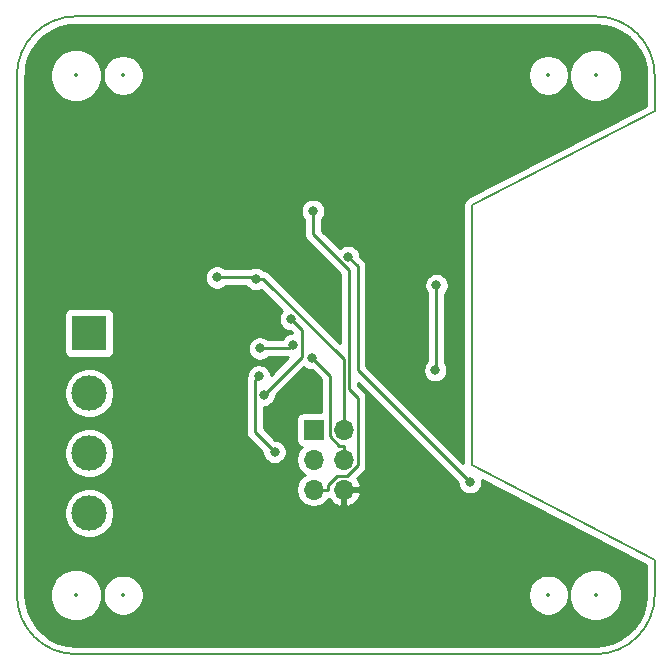
<source format=gbl>
G04 #@! TF.GenerationSoftware,KiCad,Pcbnew,5.1.5-52549c5~84~ubuntu18.04.1*
G04 #@! TF.CreationDate,2020-02-10T01:03:59+09:00*
G04 #@! TF.ProjectId,I2CMotorsForM5Stack,4932434d-6f74-46f7-9273-466f724d3553,rev?*
G04 #@! TF.SameCoordinates,Original*
G04 #@! TF.FileFunction,Copper,L2,Bot*
G04 #@! TF.FilePolarity,Positive*
%FSLAX46Y46*%
G04 Gerber Fmt 4.6, Leading zero omitted, Abs format (unit mm)*
G04 Created by KiCad (PCBNEW 5.1.5-52549c5~84~ubuntu18.04.1) date 2020-02-10 01:03:59*
%MOMM*%
%LPD*%
G04 APERTURE LIST*
%ADD10C,0.150000*%
%ADD11C,0.200000*%
%ADD12O,1.700000X1.700000*%
%ADD13R,1.700000X1.700000*%
%ADD14C,3.000000*%
%ADD15R,3.000000X3.000000*%
%ADD16C,0.800000*%
%ADD17C,0.250000*%
%ADD18C,0.254000*%
%ADD19C,0.350000*%
G04 APERTURE END LIST*
D10*
X53752800Y9534800D02*
X53752800Y6534800D01*
X38252800Y-23465200D02*
X53752800Y-31465200D01*
X38252800Y-1465200D02*
X38252800Y-23465200D01*
X53752800Y6534800D02*
X38252800Y-1465200D01*
X4752800Y14534800D02*
X48752800Y14534800D01*
D11*
X53752800Y-31465200D02*
X53752800Y-34465200D01*
D10*
X-247200Y-34465200D02*
X-247200Y9534800D01*
X48752800Y-39465200D02*
X4752800Y-39465200D01*
X-247200Y9534800D02*
G75*
G02X4752800Y14534800I5000000J0D01*
G01*
X53752800Y-34465200D02*
G75*
G02X48752800Y-39465200I-5000000J0D01*
G01*
X4752800Y-39465200D02*
G75*
G02X-247200Y-34465200I0J5000000D01*
G01*
X48752800Y14534800D02*
G75*
G02X53752800Y9534800I0J-5000000D01*
G01*
D12*
X27416800Y-25528400D03*
X24876800Y-25528400D03*
X27416800Y-22988400D03*
X24876800Y-22988400D03*
X27416800Y-20448400D03*
D13*
X24876800Y-20448400D03*
D14*
X5876800Y-27513400D03*
D15*
X5876800Y-12273400D03*
D14*
X5876800Y-22433400D03*
X5876800Y-17353400D03*
D16*
X23501800Y-6848400D03*
X21351600Y-2723400D03*
X29576600Y-373400D03*
X31226600Y-10248400D03*
X35001600Y-27623400D03*
X29226600Y5876600D03*
X10626600Y-38048400D03*
X46426600Y-38073400D03*
X10626600Y12926600D03*
X46476600Y13076600D03*
X39151600Y701600D03*
X39251600Y-25848400D03*
X20238400Y-15944700D03*
X21572300Y-22348800D03*
X16690100Y-7575700D03*
X19955700Y-7704500D03*
X38108000Y-24904600D03*
X27802200Y-5847500D03*
X35274600Y-8234200D03*
X35174400Y-15415700D03*
X23130600Y-13277400D03*
X20318600Y-13586700D03*
X22967800Y-11094100D03*
X20632900Y-17523400D03*
X24817600Y-1943600D03*
X24751800Y-14400400D03*
D17*
X23501800Y-6848400D02*
X23501800Y-4873600D01*
X23501800Y-4873600D02*
X21351600Y-2723400D01*
X29576600Y-373400D02*
X31226600Y-2023400D01*
X31226600Y-2023400D02*
X31226600Y-10248400D01*
X32906600Y-25528400D02*
X27416800Y-25528400D01*
X35001600Y-27623400D02*
X32906600Y-25528400D01*
X10626600Y-38048400D02*
X46401600Y-38048400D01*
X46401600Y-38048400D02*
X46426600Y-38073400D01*
X10626600Y12926600D02*
X46326600Y12926600D01*
X46326600Y12926600D02*
X46476600Y13076600D01*
X21572300Y-22348800D02*
X19874800Y-20651300D01*
X19874800Y-20651300D02*
X19874800Y-16308300D01*
X19874800Y-16308300D02*
X20238400Y-15944700D01*
X16690100Y-7575700D02*
X19826900Y-7575700D01*
X19826900Y-7575700D02*
X19955700Y-7704500D01*
X27416800Y-20448400D02*
X27416800Y-14500400D01*
X27416800Y-14500400D02*
X20620900Y-7704500D01*
X20620900Y-7704500D02*
X19955700Y-7704500D01*
X27802200Y-5847500D02*
X28592200Y-6637500D01*
X28592200Y-6637500D02*
X28592200Y-15388800D01*
X28592200Y-15388800D02*
X38108000Y-24904600D01*
X35174400Y-15415700D02*
X35274600Y-15315500D01*
X35274600Y-15315500D02*
X35274600Y-8234200D01*
X20318600Y-13586700D02*
X22821300Y-13586700D01*
X22821300Y-13586700D02*
X23130600Y-13277400D01*
X20632900Y-17523400D02*
X23855900Y-14300400D01*
X23855900Y-14300400D02*
X23855900Y-11982200D01*
X23855900Y-11982200D02*
X22967800Y-11094100D01*
X24876800Y-25528400D02*
X26052100Y-25528400D01*
X24817600Y-1943600D02*
X24817600Y-3918400D01*
X24817600Y-3918400D02*
X27867200Y-6968000D01*
X27867200Y-6968000D02*
X27867200Y-17043300D01*
X27867200Y-17043300D02*
X28592900Y-17769000D01*
X28592900Y-17769000D02*
X28592900Y-23486100D01*
X28592900Y-23486100D02*
X27725900Y-24353100D01*
X27725900Y-24353100D02*
X26860000Y-24353100D01*
X26860000Y-24353100D02*
X26052100Y-25161000D01*
X26052100Y-25161000D02*
X26052100Y-25528400D01*
X27416800Y-22988400D02*
X27416800Y-21813100D01*
X27416800Y-21813100D02*
X27049400Y-21813100D01*
X27049400Y-21813100D02*
X26241500Y-21005200D01*
X26241500Y-21005200D02*
X26241500Y-15890100D01*
X26241500Y-15890100D02*
X24751800Y-14400400D01*
D18*
G36*
X49511992Y13754222D02*
G01*
X50247189Y13553095D01*
X50935151Y13224954D01*
X51554131Y12780172D01*
X52084561Y12232812D01*
X52509684Y11600161D01*
X52816051Y10902239D01*
X52995299Y10155617D01*
X53042800Y9508769D01*
X53042801Y6967339D01*
X37984722Y-804573D01*
X37979780Y-806072D01*
X37922573Y-836650D01*
X37896172Y-850276D01*
X37891878Y-853056D01*
X37856437Y-872000D01*
X37833306Y-890984D01*
X37808194Y-907244D01*
X37779380Y-935239D01*
X37748325Y-960726D01*
X37729344Y-983855D01*
X37707885Y-1004704D01*
X37685087Y-1037782D01*
X37659600Y-1068838D01*
X37645496Y-1095225D01*
X37628517Y-1119860D01*
X37612610Y-1156750D01*
X37593672Y-1192181D01*
X37584986Y-1220814D01*
X37573140Y-1248287D01*
X37564737Y-1287567D01*
X37553073Y-1326017D01*
X37550140Y-1355800D01*
X37543882Y-1385051D01*
X37543303Y-1425214D01*
X37542800Y-1430324D01*
X37542800Y-1460142D01*
X37541867Y-1524893D01*
X37542800Y-1529964D01*
X37542801Y-23264598D01*
X29591963Y-15313761D01*
X34139400Y-15313761D01*
X34139400Y-15517639D01*
X34179174Y-15717598D01*
X34257195Y-15905956D01*
X34370463Y-16075474D01*
X34514626Y-16219637D01*
X34684144Y-16332905D01*
X34872502Y-16410926D01*
X35072461Y-16450700D01*
X35276339Y-16450700D01*
X35476298Y-16410926D01*
X35664656Y-16332905D01*
X35834174Y-16219637D01*
X35978337Y-16075474D01*
X36091605Y-15905956D01*
X36169626Y-15717598D01*
X36209400Y-15517639D01*
X36209400Y-15313761D01*
X36169626Y-15113802D01*
X36091605Y-14925444D01*
X36034600Y-14840130D01*
X36034600Y-8937911D01*
X36078537Y-8893974D01*
X36191805Y-8724456D01*
X36269826Y-8536098D01*
X36309600Y-8336139D01*
X36309600Y-8132261D01*
X36269826Y-7932302D01*
X36191805Y-7743944D01*
X36078537Y-7574426D01*
X35934374Y-7430263D01*
X35764856Y-7316995D01*
X35576498Y-7238974D01*
X35376539Y-7199200D01*
X35172661Y-7199200D01*
X34972702Y-7238974D01*
X34784344Y-7316995D01*
X34614826Y-7430263D01*
X34470663Y-7574426D01*
X34357395Y-7743944D01*
X34279374Y-7932302D01*
X34239600Y-8132261D01*
X34239600Y-8336139D01*
X34279374Y-8536098D01*
X34357395Y-8724456D01*
X34470663Y-8893974D01*
X34514601Y-8937912D01*
X34514600Y-14611789D01*
X34370463Y-14755926D01*
X34257195Y-14925444D01*
X34179174Y-15113802D01*
X34139400Y-15313761D01*
X29591963Y-15313761D01*
X29352200Y-15073999D01*
X29352200Y-6674825D01*
X29355876Y-6637500D01*
X29352200Y-6600175D01*
X29352200Y-6600167D01*
X29341203Y-6488514D01*
X29297746Y-6345253D01*
X29227174Y-6213224D01*
X29132201Y-6097499D01*
X29103204Y-6073702D01*
X28837200Y-5807698D01*
X28837200Y-5745561D01*
X28797426Y-5545602D01*
X28719405Y-5357244D01*
X28606137Y-5187726D01*
X28461974Y-5043563D01*
X28292456Y-4930295D01*
X28104098Y-4852274D01*
X27904139Y-4812500D01*
X27700261Y-4812500D01*
X27500302Y-4852274D01*
X27311944Y-4930295D01*
X27142426Y-5043563D01*
X27079995Y-5105994D01*
X25577600Y-3603599D01*
X25577600Y-2647311D01*
X25621537Y-2603374D01*
X25734805Y-2433856D01*
X25812826Y-2245498D01*
X25852600Y-2045539D01*
X25852600Y-1841661D01*
X25812826Y-1641702D01*
X25734805Y-1453344D01*
X25621537Y-1283826D01*
X25477374Y-1139663D01*
X25307856Y-1026395D01*
X25119498Y-948374D01*
X24919539Y-908600D01*
X24715661Y-908600D01*
X24515702Y-948374D01*
X24327344Y-1026395D01*
X24157826Y-1139663D01*
X24013663Y-1283826D01*
X23900395Y-1453344D01*
X23822374Y-1641702D01*
X23782600Y-1841661D01*
X23782600Y-2045539D01*
X23822374Y-2245498D01*
X23900395Y-2433856D01*
X24013663Y-2603374D01*
X24057600Y-2647311D01*
X24057601Y-3881068D01*
X24053924Y-3918400D01*
X24068598Y-4067385D01*
X24112054Y-4210646D01*
X24182626Y-4342676D01*
X24253801Y-4429402D01*
X24277600Y-4458401D01*
X24306598Y-4482199D01*
X27107200Y-7282802D01*
X27107201Y-13115999D01*
X21184704Y-7193503D01*
X21160901Y-7164499D01*
X21045176Y-7069526D01*
X20913147Y-6998954D01*
X20769886Y-6955497D01*
X20659540Y-6944629D01*
X20615474Y-6900563D01*
X20445956Y-6787295D01*
X20257598Y-6709274D01*
X20057639Y-6669500D01*
X19853761Y-6669500D01*
X19653802Y-6709274D01*
X19465444Y-6787295D01*
X19422933Y-6815700D01*
X17393811Y-6815700D01*
X17349874Y-6771763D01*
X17180356Y-6658495D01*
X16991998Y-6580474D01*
X16792039Y-6540700D01*
X16588161Y-6540700D01*
X16388202Y-6580474D01*
X16199844Y-6658495D01*
X16030326Y-6771763D01*
X15886163Y-6915926D01*
X15772895Y-7085444D01*
X15694874Y-7273802D01*
X15655100Y-7473761D01*
X15655100Y-7677639D01*
X15694874Y-7877598D01*
X15772895Y-8065956D01*
X15886163Y-8235474D01*
X16030326Y-8379637D01*
X16199844Y-8492905D01*
X16388202Y-8570926D01*
X16588161Y-8610700D01*
X16792039Y-8610700D01*
X16991998Y-8570926D01*
X17180356Y-8492905D01*
X17349874Y-8379637D01*
X17393811Y-8335700D01*
X19132671Y-8335700D01*
X19151763Y-8364274D01*
X19295926Y-8508437D01*
X19465444Y-8621705D01*
X19653802Y-8699726D01*
X19853761Y-8739500D01*
X20057639Y-8739500D01*
X20257598Y-8699726D01*
X20445956Y-8621705D01*
X20456355Y-8614756D01*
X22219894Y-10378295D01*
X22163863Y-10434326D01*
X22050595Y-10603844D01*
X21972574Y-10792202D01*
X21932800Y-10992161D01*
X21932800Y-11196039D01*
X21972574Y-11395998D01*
X22050595Y-11584356D01*
X22163863Y-11753874D01*
X22308026Y-11898037D01*
X22477544Y-12011305D01*
X22665902Y-12089326D01*
X22865861Y-12129100D01*
X22927998Y-12129100D01*
X23041298Y-12242400D01*
X23028661Y-12242400D01*
X22828702Y-12282174D01*
X22640344Y-12360195D01*
X22470826Y-12473463D01*
X22326663Y-12617626D01*
X22213395Y-12787144D01*
X22197010Y-12826700D01*
X21022311Y-12826700D01*
X20978374Y-12782763D01*
X20808856Y-12669495D01*
X20620498Y-12591474D01*
X20420539Y-12551700D01*
X20216661Y-12551700D01*
X20016702Y-12591474D01*
X19828344Y-12669495D01*
X19658826Y-12782763D01*
X19514663Y-12926926D01*
X19401395Y-13096444D01*
X19323374Y-13284802D01*
X19283600Y-13484761D01*
X19283600Y-13688639D01*
X19323374Y-13888598D01*
X19401395Y-14076956D01*
X19514663Y-14246474D01*
X19658826Y-14390637D01*
X19828344Y-14503905D01*
X20016702Y-14581926D01*
X20216661Y-14621700D01*
X20420539Y-14621700D01*
X20620498Y-14581926D01*
X20808856Y-14503905D01*
X20978374Y-14390637D01*
X21022311Y-14346700D01*
X22734798Y-14346700D01*
X21267649Y-15813849D01*
X21233626Y-15642802D01*
X21155605Y-15454444D01*
X21042337Y-15284926D01*
X20898174Y-15140763D01*
X20728656Y-15027495D01*
X20540298Y-14949474D01*
X20340339Y-14909700D01*
X20136461Y-14909700D01*
X19936502Y-14949474D01*
X19748144Y-15027495D01*
X19578626Y-15140763D01*
X19434463Y-15284926D01*
X19321195Y-15454444D01*
X19243174Y-15642802D01*
X19203400Y-15842761D01*
X19203400Y-15952172D01*
X19169254Y-16016054D01*
X19125798Y-16159315D01*
X19111124Y-16308300D01*
X19114801Y-16345632D01*
X19114800Y-20613977D01*
X19111124Y-20651300D01*
X19114800Y-20688622D01*
X19114800Y-20688632D01*
X19125797Y-20800285D01*
X19169254Y-20943546D01*
X19239826Y-21075576D01*
X19246226Y-21083374D01*
X19334799Y-21191301D01*
X19363803Y-21215104D01*
X20537300Y-22388602D01*
X20537300Y-22450739D01*
X20577074Y-22650698D01*
X20655095Y-22839056D01*
X20768363Y-23008574D01*
X20912526Y-23152737D01*
X21082044Y-23266005D01*
X21270402Y-23344026D01*
X21470361Y-23383800D01*
X21674239Y-23383800D01*
X21874198Y-23344026D01*
X22062556Y-23266005D01*
X22232074Y-23152737D01*
X22376237Y-23008574D01*
X22489505Y-22839056D01*
X22567526Y-22650698D01*
X22607300Y-22450739D01*
X22607300Y-22246861D01*
X22567526Y-22046902D01*
X22489505Y-21858544D01*
X22376237Y-21689026D01*
X22232074Y-21544863D01*
X22062556Y-21431595D01*
X21874198Y-21353574D01*
X21674239Y-21313800D01*
X21612102Y-21313800D01*
X20634800Y-20336499D01*
X20634800Y-18558400D01*
X20734839Y-18558400D01*
X20934798Y-18518626D01*
X21123156Y-18440605D01*
X21292674Y-18327337D01*
X21436837Y-18183174D01*
X21550105Y-18013656D01*
X21628126Y-17825298D01*
X21667900Y-17625339D01*
X21667900Y-17563201D01*
X24059395Y-15171706D01*
X24092026Y-15204337D01*
X24261544Y-15317605D01*
X24449902Y-15395626D01*
X24649861Y-15435400D01*
X24711999Y-15435400D01*
X25481501Y-16204903D01*
X25481500Y-18960328D01*
X24026800Y-18960328D01*
X23902318Y-18972588D01*
X23782620Y-19008898D01*
X23672306Y-19067863D01*
X23575615Y-19147215D01*
X23496263Y-19243906D01*
X23437298Y-19354220D01*
X23400988Y-19473918D01*
X23388728Y-19598400D01*
X23388728Y-21298400D01*
X23400988Y-21422882D01*
X23437298Y-21542580D01*
X23496263Y-21652894D01*
X23575615Y-21749585D01*
X23672306Y-21828937D01*
X23782620Y-21887902D01*
X23855180Y-21909913D01*
X23723325Y-22041768D01*
X23560810Y-22284989D01*
X23448868Y-22555242D01*
X23391800Y-22842140D01*
X23391800Y-23134660D01*
X23448868Y-23421558D01*
X23560810Y-23691811D01*
X23723325Y-23935032D01*
X23930168Y-24141875D01*
X24104560Y-24258400D01*
X23930168Y-24374925D01*
X23723325Y-24581768D01*
X23560810Y-24824989D01*
X23448868Y-25095242D01*
X23391800Y-25382140D01*
X23391800Y-25674660D01*
X23448868Y-25961558D01*
X23560810Y-26231811D01*
X23723325Y-26475032D01*
X23930168Y-26681875D01*
X24173389Y-26844390D01*
X24443642Y-26956332D01*
X24730540Y-27013400D01*
X25023060Y-27013400D01*
X25309958Y-26956332D01*
X25580211Y-26844390D01*
X25823432Y-26681875D01*
X26030275Y-26475032D01*
X26147900Y-26298994D01*
X26319212Y-26528669D01*
X26535445Y-26723578D01*
X26785548Y-26872557D01*
X27059909Y-26969881D01*
X27289800Y-26849214D01*
X27289800Y-25655400D01*
X27543800Y-25655400D01*
X27543800Y-26849214D01*
X27773691Y-26969881D01*
X28048052Y-26872557D01*
X28298155Y-26723578D01*
X28514388Y-26528669D01*
X28688441Y-26295320D01*
X28813625Y-26032499D01*
X28858276Y-25885290D01*
X28736955Y-25655400D01*
X27543800Y-25655400D01*
X27289800Y-25655400D01*
X27269800Y-25655400D01*
X27269800Y-25401400D01*
X27289800Y-25401400D01*
X27289800Y-25381400D01*
X27543800Y-25381400D01*
X27543800Y-25401400D01*
X28736955Y-25401400D01*
X28858276Y-25171510D01*
X28813625Y-25024301D01*
X28688441Y-24761480D01*
X28561931Y-24591871D01*
X29103903Y-24049899D01*
X29132901Y-24026101D01*
X29227874Y-23910376D01*
X29298446Y-23778347D01*
X29341903Y-23635086D01*
X29352900Y-23523433D01*
X29352900Y-23523424D01*
X29356576Y-23486101D01*
X29352900Y-23448778D01*
X29352900Y-17806325D01*
X29356576Y-17769000D01*
X29352900Y-17731675D01*
X29352900Y-17731667D01*
X29341903Y-17620014D01*
X29298446Y-17476753D01*
X29227874Y-17344724D01*
X29132901Y-17228999D01*
X29103904Y-17205202D01*
X28627200Y-16728499D01*
X28627200Y-16498601D01*
X37073000Y-24944403D01*
X37073000Y-25006539D01*
X37112774Y-25206498D01*
X37190795Y-25394856D01*
X37304063Y-25564374D01*
X37448226Y-25708537D01*
X37617744Y-25821805D01*
X37806102Y-25899826D01*
X38006061Y-25939600D01*
X38209939Y-25939600D01*
X38409898Y-25899826D01*
X38598256Y-25821805D01*
X38767774Y-25708537D01*
X38911937Y-25564374D01*
X39025205Y-25394856D01*
X39103226Y-25206498D01*
X39143000Y-25006539D01*
X39143000Y-24802661D01*
X39125485Y-24714608D01*
X53017800Y-31884836D01*
X53017801Y-34501305D01*
X53027745Y-34602269D01*
X52972222Y-35224393D01*
X52771095Y-35959589D01*
X52442952Y-36647555D01*
X51998174Y-37266528D01*
X51450812Y-37796961D01*
X50818162Y-38222083D01*
X50120239Y-38528451D01*
X49373619Y-38707699D01*
X48726770Y-38755200D01*
X4784418Y-38755200D01*
X3993607Y-38684622D01*
X3258411Y-38483495D01*
X2570445Y-38155352D01*
X1951472Y-37710574D01*
X1421039Y-37163212D01*
X995917Y-36530562D01*
X689549Y-35832639D01*
X510301Y-35086019D01*
X462800Y-34439170D01*
X462800Y-34245072D01*
X2517800Y-34245072D01*
X2517800Y-34685328D01*
X2603690Y-35117125D01*
X2772169Y-35523869D01*
X3016762Y-35889929D01*
X3328071Y-36201238D01*
X3694131Y-36445831D01*
X4100875Y-36614310D01*
X4532672Y-36700200D01*
X4972928Y-36700200D01*
X5404725Y-36614310D01*
X5811469Y-36445831D01*
X6177529Y-36201238D01*
X6488838Y-35889929D01*
X6733431Y-35523869D01*
X6901910Y-35117125D01*
X6987800Y-34685328D01*
X6987800Y-34294317D01*
X7017800Y-34294317D01*
X7017800Y-34636083D01*
X7084475Y-34971281D01*
X7215263Y-35287031D01*
X7405137Y-35571198D01*
X7646802Y-35812863D01*
X7930969Y-36002737D01*
X8246719Y-36133525D01*
X8581917Y-36200200D01*
X8923683Y-36200200D01*
X9258881Y-36133525D01*
X9574631Y-36002737D01*
X9858798Y-35812863D01*
X10100463Y-35571198D01*
X10290337Y-35287031D01*
X10421125Y-34971281D01*
X10487800Y-34636083D01*
X10487800Y-34294317D01*
X43017800Y-34294317D01*
X43017800Y-34636083D01*
X43084475Y-34971281D01*
X43215263Y-35287031D01*
X43405137Y-35571198D01*
X43646802Y-35812863D01*
X43930969Y-36002737D01*
X44246719Y-36133525D01*
X44581917Y-36200200D01*
X44923683Y-36200200D01*
X45258881Y-36133525D01*
X45574631Y-36002737D01*
X45858798Y-35812863D01*
X46100463Y-35571198D01*
X46290337Y-35287031D01*
X46421125Y-34971281D01*
X46487800Y-34636083D01*
X46487800Y-34294317D01*
X46478005Y-34245072D01*
X46517800Y-34245072D01*
X46517800Y-34685328D01*
X46603690Y-35117125D01*
X46772169Y-35523869D01*
X47016762Y-35889929D01*
X47328071Y-36201238D01*
X47694131Y-36445831D01*
X48100875Y-36614310D01*
X48532672Y-36700200D01*
X48972928Y-36700200D01*
X49404725Y-36614310D01*
X49811469Y-36445831D01*
X50177529Y-36201238D01*
X50488838Y-35889929D01*
X50733431Y-35523869D01*
X50901910Y-35117125D01*
X50987800Y-34685328D01*
X50987800Y-34245072D01*
X50901910Y-33813275D01*
X50733431Y-33406531D01*
X50488838Y-33040471D01*
X50177529Y-32729162D01*
X49811469Y-32484569D01*
X49404725Y-32316090D01*
X48972928Y-32230200D01*
X48532672Y-32230200D01*
X48100875Y-32316090D01*
X47694131Y-32484569D01*
X47328071Y-32729162D01*
X47016762Y-33040471D01*
X46772169Y-33406531D01*
X46603690Y-33813275D01*
X46517800Y-34245072D01*
X46478005Y-34245072D01*
X46421125Y-33959119D01*
X46290337Y-33643369D01*
X46100463Y-33359202D01*
X45858798Y-33117537D01*
X45574631Y-32927663D01*
X45258881Y-32796875D01*
X44923683Y-32730200D01*
X44581917Y-32730200D01*
X44246719Y-32796875D01*
X43930969Y-32927663D01*
X43646802Y-33117537D01*
X43405137Y-33359202D01*
X43215263Y-33643369D01*
X43084475Y-33959119D01*
X43017800Y-34294317D01*
X10487800Y-34294317D01*
X10421125Y-33959119D01*
X10290337Y-33643369D01*
X10100463Y-33359202D01*
X9858798Y-33117537D01*
X9574631Y-32927663D01*
X9258881Y-32796875D01*
X8923683Y-32730200D01*
X8581917Y-32730200D01*
X8246719Y-32796875D01*
X7930969Y-32927663D01*
X7646802Y-33117537D01*
X7405137Y-33359202D01*
X7215263Y-33643369D01*
X7084475Y-33959119D01*
X7017800Y-34294317D01*
X6987800Y-34294317D01*
X6987800Y-34245072D01*
X6901910Y-33813275D01*
X6733431Y-33406531D01*
X6488838Y-33040471D01*
X6177529Y-32729162D01*
X5811469Y-32484569D01*
X5404725Y-32316090D01*
X4972928Y-32230200D01*
X4532672Y-32230200D01*
X4100875Y-32316090D01*
X3694131Y-32484569D01*
X3328071Y-32729162D01*
X3016762Y-33040471D01*
X2772169Y-33406531D01*
X2603690Y-33813275D01*
X2517800Y-34245072D01*
X462800Y-34245072D01*
X462800Y-27303121D01*
X3741800Y-27303121D01*
X3741800Y-27723679D01*
X3823847Y-28136156D01*
X3984788Y-28524702D01*
X4218437Y-28874383D01*
X4515817Y-29171763D01*
X4865498Y-29405412D01*
X5254044Y-29566353D01*
X5666521Y-29648400D01*
X6087079Y-29648400D01*
X6499556Y-29566353D01*
X6888102Y-29405412D01*
X7237783Y-29171763D01*
X7535163Y-28874383D01*
X7768812Y-28524702D01*
X7929753Y-28136156D01*
X8011800Y-27723679D01*
X8011800Y-27303121D01*
X7929753Y-26890644D01*
X7768812Y-26502098D01*
X7535163Y-26152417D01*
X7237783Y-25855037D01*
X6888102Y-25621388D01*
X6499556Y-25460447D01*
X6087079Y-25378400D01*
X5666521Y-25378400D01*
X5254044Y-25460447D01*
X4865498Y-25621388D01*
X4515817Y-25855037D01*
X4218437Y-26152417D01*
X3984788Y-26502098D01*
X3823847Y-26890644D01*
X3741800Y-27303121D01*
X462800Y-27303121D01*
X462800Y-22223121D01*
X3741800Y-22223121D01*
X3741800Y-22643679D01*
X3823847Y-23056156D01*
X3984788Y-23444702D01*
X4218437Y-23794383D01*
X4515817Y-24091763D01*
X4865498Y-24325412D01*
X5254044Y-24486353D01*
X5666521Y-24568400D01*
X6087079Y-24568400D01*
X6499556Y-24486353D01*
X6888102Y-24325412D01*
X7237783Y-24091763D01*
X7535163Y-23794383D01*
X7768812Y-23444702D01*
X7929753Y-23056156D01*
X8011800Y-22643679D01*
X8011800Y-22223121D01*
X7929753Y-21810644D01*
X7768812Y-21422098D01*
X7535163Y-21072417D01*
X7237783Y-20775037D01*
X6888102Y-20541388D01*
X6499556Y-20380447D01*
X6087079Y-20298400D01*
X5666521Y-20298400D01*
X5254044Y-20380447D01*
X4865498Y-20541388D01*
X4515817Y-20775037D01*
X4218437Y-21072417D01*
X3984788Y-21422098D01*
X3823847Y-21810644D01*
X3741800Y-22223121D01*
X462800Y-22223121D01*
X462800Y-17143121D01*
X3741800Y-17143121D01*
X3741800Y-17563679D01*
X3823847Y-17976156D01*
X3984788Y-18364702D01*
X4218437Y-18714383D01*
X4515817Y-19011763D01*
X4865498Y-19245412D01*
X5254044Y-19406353D01*
X5666521Y-19488400D01*
X6087079Y-19488400D01*
X6499556Y-19406353D01*
X6888102Y-19245412D01*
X7237783Y-19011763D01*
X7535163Y-18714383D01*
X7768812Y-18364702D01*
X7929753Y-17976156D01*
X8011800Y-17563679D01*
X8011800Y-17143121D01*
X7929753Y-16730644D01*
X7768812Y-16342098D01*
X7535163Y-15992417D01*
X7237783Y-15695037D01*
X6888102Y-15461388D01*
X6499556Y-15300447D01*
X6087079Y-15218400D01*
X5666521Y-15218400D01*
X5254044Y-15300447D01*
X4865498Y-15461388D01*
X4515817Y-15695037D01*
X4218437Y-15992417D01*
X3984788Y-16342098D01*
X3823847Y-16730644D01*
X3741800Y-17143121D01*
X462800Y-17143121D01*
X462800Y-10773400D01*
X3738728Y-10773400D01*
X3738728Y-13773400D01*
X3750988Y-13897882D01*
X3787298Y-14017580D01*
X3846263Y-14127894D01*
X3925615Y-14224585D01*
X4022306Y-14303937D01*
X4132620Y-14362902D01*
X4252318Y-14399212D01*
X4376800Y-14411472D01*
X7376800Y-14411472D01*
X7501282Y-14399212D01*
X7620980Y-14362902D01*
X7731294Y-14303937D01*
X7827985Y-14224585D01*
X7907337Y-14127894D01*
X7966302Y-14017580D01*
X8002612Y-13897882D01*
X8014872Y-13773400D01*
X8014872Y-10773400D01*
X8002612Y-10648918D01*
X7966302Y-10529220D01*
X7907337Y-10418906D01*
X7827985Y-10322215D01*
X7731294Y-10242863D01*
X7620980Y-10183898D01*
X7501282Y-10147588D01*
X7376800Y-10135328D01*
X4376800Y-10135328D01*
X4252318Y-10147588D01*
X4132620Y-10183898D01*
X4022306Y-10242863D01*
X3925615Y-10322215D01*
X3846263Y-10418906D01*
X3787298Y-10529220D01*
X3750988Y-10648918D01*
X3738728Y-10773400D01*
X462800Y-10773400D01*
X462800Y9503182D01*
X485267Y9754928D01*
X2517800Y9754928D01*
X2517800Y9314672D01*
X2603690Y8882875D01*
X2772169Y8476131D01*
X3016762Y8110071D01*
X3328071Y7798762D01*
X3694131Y7554169D01*
X4100875Y7385690D01*
X4532672Y7299800D01*
X4972928Y7299800D01*
X5404725Y7385690D01*
X5811469Y7554169D01*
X6177529Y7798762D01*
X6488838Y8110071D01*
X6733431Y8476131D01*
X6901910Y8882875D01*
X6987800Y9314672D01*
X6987800Y9705683D01*
X7017800Y9705683D01*
X7017800Y9363917D01*
X7084475Y9028719D01*
X7215263Y8712969D01*
X7405137Y8428802D01*
X7646802Y8187137D01*
X7930969Y7997263D01*
X8246719Y7866475D01*
X8581917Y7799800D01*
X8923683Y7799800D01*
X9258881Y7866475D01*
X9574631Y7997263D01*
X9858798Y8187137D01*
X10100463Y8428802D01*
X10290337Y8712969D01*
X10421125Y9028719D01*
X10487800Y9363917D01*
X10487800Y9705683D01*
X43017800Y9705683D01*
X43017800Y9363917D01*
X43084475Y9028719D01*
X43215263Y8712969D01*
X43405137Y8428802D01*
X43646802Y8187137D01*
X43930969Y7997263D01*
X44246719Y7866475D01*
X44581917Y7799800D01*
X44923683Y7799800D01*
X45258881Y7866475D01*
X45574631Y7997263D01*
X45858798Y8187137D01*
X46100463Y8428802D01*
X46290337Y8712969D01*
X46421125Y9028719D01*
X46487800Y9363917D01*
X46487800Y9705683D01*
X46478005Y9754928D01*
X46517800Y9754928D01*
X46517800Y9314672D01*
X46603690Y8882875D01*
X46772169Y8476131D01*
X47016762Y8110071D01*
X47328071Y7798762D01*
X47694131Y7554169D01*
X48100875Y7385690D01*
X48532672Y7299800D01*
X48972928Y7299800D01*
X49404725Y7385690D01*
X49811469Y7554169D01*
X50177529Y7798762D01*
X50488838Y8110071D01*
X50733431Y8476131D01*
X50901910Y8882875D01*
X50987800Y9314672D01*
X50987800Y9754928D01*
X50901910Y10186725D01*
X50733431Y10593469D01*
X50488838Y10959529D01*
X50177529Y11270838D01*
X49811469Y11515431D01*
X49404725Y11683910D01*
X48972928Y11769800D01*
X48532672Y11769800D01*
X48100875Y11683910D01*
X47694131Y11515431D01*
X47328071Y11270838D01*
X47016762Y10959529D01*
X46772169Y10593469D01*
X46603690Y10186725D01*
X46517800Y9754928D01*
X46478005Y9754928D01*
X46421125Y10040881D01*
X46290337Y10356631D01*
X46100463Y10640798D01*
X45858798Y10882463D01*
X45574631Y11072337D01*
X45258881Y11203125D01*
X44923683Y11269800D01*
X44581917Y11269800D01*
X44246719Y11203125D01*
X43930969Y11072337D01*
X43646802Y10882463D01*
X43405137Y10640798D01*
X43215263Y10356631D01*
X43084475Y10040881D01*
X43017800Y9705683D01*
X10487800Y9705683D01*
X10421125Y10040881D01*
X10290337Y10356631D01*
X10100463Y10640798D01*
X9858798Y10882463D01*
X9574631Y11072337D01*
X9258881Y11203125D01*
X8923683Y11269800D01*
X8581917Y11269800D01*
X8246719Y11203125D01*
X7930969Y11072337D01*
X7646802Y10882463D01*
X7405137Y10640798D01*
X7215263Y10356631D01*
X7084475Y10040881D01*
X7017800Y9705683D01*
X6987800Y9705683D01*
X6987800Y9754928D01*
X6901910Y10186725D01*
X6733431Y10593469D01*
X6488838Y10959529D01*
X6177529Y11270838D01*
X5811469Y11515431D01*
X5404725Y11683910D01*
X4972928Y11769800D01*
X4532672Y11769800D01*
X4100875Y11683910D01*
X3694131Y11515431D01*
X3328071Y11270838D01*
X3016762Y10959529D01*
X2772169Y10593469D01*
X2603690Y10186725D01*
X2517800Y9754928D01*
X485267Y9754928D01*
X533378Y10293992D01*
X734505Y11029189D01*
X1062646Y11717151D01*
X1507428Y12336131D01*
X2054788Y12866561D01*
X2687439Y13291684D01*
X3385361Y13598051D01*
X4131983Y13777299D01*
X4778830Y13824800D01*
X48721182Y13824800D01*
X49511992Y13754222D01*
G37*
X49511992Y13754222D02*
X50247189Y13553095D01*
X50935151Y13224954D01*
X51554131Y12780172D01*
X52084561Y12232812D01*
X52509684Y11600161D01*
X52816051Y10902239D01*
X52995299Y10155617D01*
X53042800Y9508769D01*
X53042801Y6967339D01*
X37984722Y-804573D01*
X37979780Y-806072D01*
X37922573Y-836650D01*
X37896172Y-850276D01*
X37891878Y-853056D01*
X37856437Y-872000D01*
X37833306Y-890984D01*
X37808194Y-907244D01*
X37779380Y-935239D01*
X37748325Y-960726D01*
X37729344Y-983855D01*
X37707885Y-1004704D01*
X37685087Y-1037782D01*
X37659600Y-1068838D01*
X37645496Y-1095225D01*
X37628517Y-1119860D01*
X37612610Y-1156750D01*
X37593672Y-1192181D01*
X37584986Y-1220814D01*
X37573140Y-1248287D01*
X37564737Y-1287567D01*
X37553073Y-1326017D01*
X37550140Y-1355800D01*
X37543882Y-1385051D01*
X37543303Y-1425214D01*
X37542800Y-1430324D01*
X37542800Y-1460142D01*
X37541867Y-1524893D01*
X37542800Y-1529964D01*
X37542801Y-23264598D01*
X29591963Y-15313761D01*
X34139400Y-15313761D01*
X34139400Y-15517639D01*
X34179174Y-15717598D01*
X34257195Y-15905956D01*
X34370463Y-16075474D01*
X34514626Y-16219637D01*
X34684144Y-16332905D01*
X34872502Y-16410926D01*
X35072461Y-16450700D01*
X35276339Y-16450700D01*
X35476298Y-16410926D01*
X35664656Y-16332905D01*
X35834174Y-16219637D01*
X35978337Y-16075474D01*
X36091605Y-15905956D01*
X36169626Y-15717598D01*
X36209400Y-15517639D01*
X36209400Y-15313761D01*
X36169626Y-15113802D01*
X36091605Y-14925444D01*
X36034600Y-14840130D01*
X36034600Y-8937911D01*
X36078537Y-8893974D01*
X36191805Y-8724456D01*
X36269826Y-8536098D01*
X36309600Y-8336139D01*
X36309600Y-8132261D01*
X36269826Y-7932302D01*
X36191805Y-7743944D01*
X36078537Y-7574426D01*
X35934374Y-7430263D01*
X35764856Y-7316995D01*
X35576498Y-7238974D01*
X35376539Y-7199200D01*
X35172661Y-7199200D01*
X34972702Y-7238974D01*
X34784344Y-7316995D01*
X34614826Y-7430263D01*
X34470663Y-7574426D01*
X34357395Y-7743944D01*
X34279374Y-7932302D01*
X34239600Y-8132261D01*
X34239600Y-8336139D01*
X34279374Y-8536098D01*
X34357395Y-8724456D01*
X34470663Y-8893974D01*
X34514601Y-8937912D01*
X34514600Y-14611789D01*
X34370463Y-14755926D01*
X34257195Y-14925444D01*
X34179174Y-15113802D01*
X34139400Y-15313761D01*
X29591963Y-15313761D01*
X29352200Y-15073999D01*
X29352200Y-6674825D01*
X29355876Y-6637500D01*
X29352200Y-6600175D01*
X29352200Y-6600167D01*
X29341203Y-6488514D01*
X29297746Y-6345253D01*
X29227174Y-6213224D01*
X29132201Y-6097499D01*
X29103204Y-6073702D01*
X28837200Y-5807698D01*
X28837200Y-5745561D01*
X28797426Y-5545602D01*
X28719405Y-5357244D01*
X28606137Y-5187726D01*
X28461974Y-5043563D01*
X28292456Y-4930295D01*
X28104098Y-4852274D01*
X27904139Y-4812500D01*
X27700261Y-4812500D01*
X27500302Y-4852274D01*
X27311944Y-4930295D01*
X27142426Y-5043563D01*
X27079995Y-5105994D01*
X25577600Y-3603599D01*
X25577600Y-2647311D01*
X25621537Y-2603374D01*
X25734805Y-2433856D01*
X25812826Y-2245498D01*
X25852600Y-2045539D01*
X25852600Y-1841661D01*
X25812826Y-1641702D01*
X25734805Y-1453344D01*
X25621537Y-1283826D01*
X25477374Y-1139663D01*
X25307856Y-1026395D01*
X25119498Y-948374D01*
X24919539Y-908600D01*
X24715661Y-908600D01*
X24515702Y-948374D01*
X24327344Y-1026395D01*
X24157826Y-1139663D01*
X24013663Y-1283826D01*
X23900395Y-1453344D01*
X23822374Y-1641702D01*
X23782600Y-1841661D01*
X23782600Y-2045539D01*
X23822374Y-2245498D01*
X23900395Y-2433856D01*
X24013663Y-2603374D01*
X24057600Y-2647311D01*
X24057601Y-3881068D01*
X24053924Y-3918400D01*
X24068598Y-4067385D01*
X24112054Y-4210646D01*
X24182626Y-4342676D01*
X24253801Y-4429402D01*
X24277600Y-4458401D01*
X24306598Y-4482199D01*
X27107200Y-7282802D01*
X27107201Y-13115999D01*
X21184704Y-7193503D01*
X21160901Y-7164499D01*
X21045176Y-7069526D01*
X20913147Y-6998954D01*
X20769886Y-6955497D01*
X20659540Y-6944629D01*
X20615474Y-6900563D01*
X20445956Y-6787295D01*
X20257598Y-6709274D01*
X20057639Y-6669500D01*
X19853761Y-6669500D01*
X19653802Y-6709274D01*
X19465444Y-6787295D01*
X19422933Y-6815700D01*
X17393811Y-6815700D01*
X17349874Y-6771763D01*
X17180356Y-6658495D01*
X16991998Y-6580474D01*
X16792039Y-6540700D01*
X16588161Y-6540700D01*
X16388202Y-6580474D01*
X16199844Y-6658495D01*
X16030326Y-6771763D01*
X15886163Y-6915926D01*
X15772895Y-7085444D01*
X15694874Y-7273802D01*
X15655100Y-7473761D01*
X15655100Y-7677639D01*
X15694874Y-7877598D01*
X15772895Y-8065956D01*
X15886163Y-8235474D01*
X16030326Y-8379637D01*
X16199844Y-8492905D01*
X16388202Y-8570926D01*
X16588161Y-8610700D01*
X16792039Y-8610700D01*
X16991998Y-8570926D01*
X17180356Y-8492905D01*
X17349874Y-8379637D01*
X17393811Y-8335700D01*
X19132671Y-8335700D01*
X19151763Y-8364274D01*
X19295926Y-8508437D01*
X19465444Y-8621705D01*
X19653802Y-8699726D01*
X19853761Y-8739500D01*
X20057639Y-8739500D01*
X20257598Y-8699726D01*
X20445956Y-8621705D01*
X20456355Y-8614756D01*
X22219894Y-10378295D01*
X22163863Y-10434326D01*
X22050595Y-10603844D01*
X21972574Y-10792202D01*
X21932800Y-10992161D01*
X21932800Y-11196039D01*
X21972574Y-11395998D01*
X22050595Y-11584356D01*
X22163863Y-11753874D01*
X22308026Y-11898037D01*
X22477544Y-12011305D01*
X22665902Y-12089326D01*
X22865861Y-12129100D01*
X22927998Y-12129100D01*
X23041298Y-12242400D01*
X23028661Y-12242400D01*
X22828702Y-12282174D01*
X22640344Y-12360195D01*
X22470826Y-12473463D01*
X22326663Y-12617626D01*
X22213395Y-12787144D01*
X22197010Y-12826700D01*
X21022311Y-12826700D01*
X20978374Y-12782763D01*
X20808856Y-12669495D01*
X20620498Y-12591474D01*
X20420539Y-12551700D01*
X20216661Y-12551700D01*
X20016702Y-12591474D01*
X19828344Y-12669495D01*
X19658826Y-12782763D01*
X19514663Y-12926926D01*
X19401395Y-13096444D01*
X19323374Y-13284802D01*
X19283600Y-13484761D01*
X19283600Y-13688639D01*
X19323374Y-13888598D01*
X19401395Y-14076956D01*
X19514663Y-14246474D01*
X19658826Y-14390637D01*
X19828344Y-14503905D01*
X20016702Y-14581926D01*
X20216661Y-14621700D01*
X20420539Y-14621700D01*
X20620498Y-14581926D01*
X20808856Y-14503905D01*
X20978374Y-14390637D01*
X21022311Y-14346700D01*
X22734798Y-14346700D01*
X21267649Y-15813849D01*
X21233626Y-15642802D01*
X21155605Y-15454444D01*
X21042337Y-15284926D01*
X20898174Y-15140763D01*
X20728656Y-15027495D01*
X20540298Y-14949474D01*
X20340339Y-14909700D01*
X20136461Y-14909700D01*
X19936502Y-14949474D01*
X19748144Y-15027495D01*
X19578626Y-15140763D01*
X19434463Y-15284926D01*
X19321195Y-15454444D01*
X19243174Y-15642802D01*
X19203400Y-15842761D01*
X19203400Y-15952172D01*
X19169254Y-16016054D01*
X19125798Y-16159315D01*
X19111124Y-16308300D01*
X19114801Y-16345632D01*
X19114800Y-20613977D01*
X19111124Y-20651300D01*
X19114800Y-20688622D01*
X19114800Y-20688632D01*
X19125797Y-20800285D01*
X19169254Y-20943546D01*
X19239826Y-21075576D01*
X19246226Y-21083374D01*
X19334799Y-21191301D01*
X19363803Y-21215104D01*
X20537300Y-22388602D01*
X20537300Y-22450739D01*
X20577074Y-22650698D01*
X20655095Y-22839056D01*
X20768363Y-23008574D01*
X20912526Y-23152737D01*
X21082044Y-23266005D01*
X21270402Y-23344026D01*
X21470361Y-23383800D01*
X21674239Y-23383800D01*
X21874198Y-23344026D01*
X22062556Y-23266005D01*
X22232074Y-23152737D01*
X22376237Y-23008574D01*
X22489505Y-22839056D01*
X22567526Y-22650698D01*
X22607300Y-22450739D01*
X22607300Y-22246861D01*
X22567526Y-22046902D01*
X22489505Y-21858544D01*
X22376237Y-21689026D01*
X22232074Y-21544863D01*
X22062556Y-21431595D01*
X21874198Y-21353574D01*
X21674239Y-21313800D01*
X21612102Y-21313800D01*
X20634800Y-20336499D01*
X20634800Y-18558400D01*
X20734839Y-18558400D01*
X20934798Y-18518626D01*
X21123156Y-18440605D01*
X21292674Y-18327337D01*
X21436837Y-18183174D01*
X21550105Y-18013656D01*
X21628126Y-17825298D01*
X21667900Y-17625339D01*
X21667900Y-17563201D01*
X24059395Y-15171706D01*
X24092026Y-15204337D01*
X24261544Y-15317605D01*
X24449902Y-15395626D01*
X24649861Y-15435400D01*
X24711999Y-15435400D01*
X25481501Y-16204903D01*
X25481500Y-18960328D01*
X24026800Y-18960328D01*
X23902318Y-18972588D01*
X23782620Y-19008898D01*
X23672306Y-19067863D01*
X23575615Y-19147215D01*
X23496263Y-19243906D01*
X23437298Y-19354220D01*
X23400988Y-19473918D01*
X23388728Y-19598400D01*
X23388728Y-21298400D01*
X23400988Y-21422882D01*
X23437298Y-21542580D01*
X23496263Y-21652894D01*
X23575615Y-21749585D01*
X23672306Y-21828937D01*
X23782620Y-21887902D01*
X23855180Y-21909913D01*
X23723325Y-22041768D01*
X23560810Y-22284989D01*
X23448868Y-22555242D01*
X23391800Y-22842140D01*
X23391800Y-23134660D01*
X23448868Y-23421558D01*
X23560810Y-23691811D01*
X23723325Y-23935032D01*
X23930168Y-24141875D01*
X24104560Y-24258400D01*
X23930168Y-24374925D01*
X23723325Y-24581768D01*
X23560810Y-24824989D01*
X23448868Y-25095242D01*
X23391800Y-25382140D01*
X23391800Y-25674660D01*
X23448868Y-25961558D01*
X23560810Y-26231811D01*
X23723325Y-26475032D01*
X23930168Y-26681875D01*
X24173389Y-26844390D01*
X24443642Y-26956332D01*
X24730540Y-27013400D01*
X25023060Y-27013400D01*
X25309958Y-26956332D01*
X25580211Y-26844390D01*
X25823432Y-26681875D01*
X26030275Y-26475032D01*
X26147900Y-26298994D01*
X26319212Y-26528669D01*
X26535445Y-26723578D01*
X26785548Y-26872557D01*
X27059909Y-26969881D01*
X27289800Y-26849214D01*
X27289800Y-25655400D01*
X27543800Y-25655400D01*
X27543800Y-26849214D01*
X27773691Y-26969881D01*
X28048052Y-26872557D01*
X28298155Y-26723578D01*
X28514388Y-26528669D01*
X28688441Y-26295320D01*
X28813625Y-26032499D01*
X28858276Y-25885290D01*
X28736955Y-25655400D01*
X27543800Y-25655400D01*
X27289800Y-25655400D01*
X27269800Y-25655400D01*
X27269800Y-25401400D01*
X27289800Y-25401400D01*
X27289800Y-25381400D01*
X27543800Y-25381400D01*
X27543800Y-25401400D01*
X28736955Y-25401400D01*
X28858276Y-25171510D01*
X28813625Y-25024301D01*
X28688441Y-24761480D01*
X28561931Y-24591871D01*
X29103903Y-24049899D01*
X29132901Y-24026101D01*
X29227874Y-23910376D01*
X29298446Y-23778347D01*
X29341903Y-23635086D01*
X29352900Y-23523433D01*
X29352900Y-23523424D01*
X29356576Y-23486101D01*
X29352900Y-23448778D01*
X29352900Y-17806325D01*
X29356576Y-17769000D01*
X29352900Y-17731675D01*
X29352900Y-17731667D01*
X29341903Y-17620014D01*
X29298446Y-17476753D01*
X29227874Y-17344724D01*
X29132901Y-17228999D01*
X29103904Y-17205202D01*
X28627200Y-16728499D01*
X28627200Y-16498601D01*
X37073000Y-24944403D01*
X37073000Y-25006539D01*
X37112774Y-25206498D01*
X37190795Y-25394856D01*
X37304063Y-25564374D01*
X37448226Y-25708537D01*
X37617744Y-25821805D01*
X37806102Y-25899826D01*
X38006061Y-25939600D01*
X38209939Y-25939600D01*
X38409898Y-25899826D01*
X38598256Y-25821805D01*
X38767774Y-25708537D01*
X38911937Y-25564374D01*
X39025205Y-25394856D01*
X39103226Y-25206498D01*
X39143000Y-25006539D01*
X39143000Y-24802661D01*
X39125485Y-24714608D01*
X53017800Y-31884836D01*
X53017801Y-34501305D01*
X53027745Y-34602269D01*
X52972222Y-35224393D01*
X52771095Y-35959589D01*
X52442952Y-36647555D01*
X51998174Y-37266528D01*
X51450812Y-37796961D01*
X50818162Y-38222083D01*
X50120239Y-38528451D01*
X49373619Y-38707699D01*
X48726770Y-38755200D01*
X4784418Y-38755200D01*
X3993607Y-38684622D01*
X3258411Y-38483495D01*
X2570445Y-38155352D01*
X1951472Y-37710574D01*
X1421039Y-37163212D01*
X995917Y-36530562D01*
X689549Y-35832639D01*
X510301Y-35086019D01*
X462800Y-34439170D01*
X462800Y-34245072D01*
X2517800Y-34245072D01*
X2517800Y-34685328D01*
X2603690Y-35117125D01*
X2772169Y-35523869D01*
X3016762Y-35889929D01*
X3328071Y-36201238D01*
X3694131Y-36445831D01*
X4100875Y-36614310D01*
X4532672Y-36700200D01*
X4972928Y-36700200D01*
X5404725Y-36614310D01*
X5811469Y-36445831D01*
X6177529Y-36201238D01*
X6488838Y-35889929D01*
X6733431Y-35523869D01*
X6901910Y-35117125D01*
X6987800Y-34685328D01*
X6987800Y-34294317D01*
X7017800Y-34294317D01*
X7017800Y-34636083D01*
X7084475Y-34971281D01*
X7215263Y-35287031D01*
X7405137Y-35571198D01*
X7646802Y-35812863D01*
X7930969Y-36002737D01*
X8246719Y-36133525D01*
X8581917Y-36200200D01*
X8923683Y-36200200D01*
X9258881Y-36133525D01*
X9574631Y-36002737D01*
X9858798Y-35812863D01*
X10100463Y-35571198D01*
X10290337Y-35287031D01*
X10421125Y-34971281D01*
X10487800Y-34636083D01*
X10487800Y-34294317D01*
X43017800Y-34294317D01*
X43017800Y-34636083D01*
X43084475Y-34971281D01*
X43215263Y-35287031D01*
X43405137Y-35571198D01*
X43646802Y-35812863D01*
X43930969Y-36002737D01*
X44246719Y-36133525D01*
X44581917Y-36200200D01*
X44923683Y-36200200D01*
X45258881Y-36133525D01*
X45574631Y-36002737D01*
X45858798Y-35812863D01*
X46100463Y-35571198D01*
X46290337Y-35287031D01*
X46421125Y-34971281D01*
X46487800Y-34636083D01*
X46487800Y-34294317D01*
X46478005Y-34245072D01*
X46517800Y-34245072D01*
X46517800Y-34685328D01*
X46603690Y-35117125D01*
X46772169Y-35523869D01*
X47016762Y-35889929D01*
X47328071Y-36201238D01*
X47694131Y-36445831D01*
X48100875Y-36614310D01*
X48532672Y-36700200D01*
X48972928Y-36700200D01*
X49404725Y-36614310D01*
X49811469Y-36445831D01*
X50177529Y-36201238D01*
X50488838Y-35889929D01*
X50733431Y-35523869D01*
X50901910Y-35117125D01*
X50987800Y-34685328D01*
X50987800Y-34245072D01*
X50901910Y-33813275D01*
X50733431Y-33406531D01*
X50488838Y-33040471D01*
X50177529Y-32729162D01*
X49811469Y-32484569D01*
X49404725Y-32316090D01*
X48972928Y-32230200D01*
X48532672Y-32230200D01*
X48100875Y-32316090D01*
X47694131Y-32484569D01*
X47328071Y-32729162D01*
X47016762Y-33040471D01*
X46772169Y-33406531D01*
X46603690Y-33813275D01*
X46517800Y-34245072D01*
X46478005Y-34245072D01*
X46421125Y-33959119D01*
X46290337Y-33643369D01*
X46100463Y-33359202D01*
X45858798Y-33117537D01*
X45574631Y-32927663D01*
X45258881Y-32796875D01*
X44923683Y-32730200D01*
X44581917Y-32730200D01*
X44246719Y-32796875D01*
X43930969Y-32927663D01*
X43646802Y-33117537D01*
X43405137Y-33359202D01*
X43215263Y-33643369D01*
X43084475Y-33959119D01*
X43017800Y-34294317D01*
X10487800Y-34294317D01*
X10421125Y-33959119D01*
X10290337Y-33643369D01*
X10100463Y-33359202D01*
X9858798Y-33117537D01*
X9574631Y-32927663D01*
X9258881Y-32796875D01*
X8923683Y-32730200D01*
X8581917Y-32730200D01*
X8246719Y-32796875D01*
X7930969Y-32927663D01*
X7646802Y-33117537D01*
X7405137Y-33359202D01*
X7215263Y-33643369D01*
X7084475Y-33959119D01*
X7017800Y-34294317D01*
X6987800Y-34294317D01*
X6987800Y-34245072D01*
X6901910Y-33813275D01*
X6733431Y-33406531D01*
X6488838Y-33040471D01*
X6177529Y-32729162D01*
X5811469Y-32484569D01*
X5404725Y-32316090D01*
X4972928Y-32230200D01*
X4532672Y-32230200D01*
X4100875Y-32316090D01*
X3694131Y-32484569D01*
X3328071Y-32729162D01*
X3016762Y-33040471D01*
X2772169Y-33406531D01*
X2603690Y-33813275D01*
X2517800Y-34245072D01*
X462800Y-34245072D01*
X462800Y-27303121D01*
X3741800Y-27303121D01*
X3741800Y-27723679D01*
X3823847Y-28136156D01*
X3984788Y-28524702D01*
X4218437Y-28874383D01*
X4515817Y-29171763D01*
X4865498Y-29405412D01*
X5254044Y-29566353D01*
X5666521Y-29648400D01*
X6087079Y-29648400D01*
X6499556Y-29566353D01*
X6888102Y-29405412D01*
X7237783Y-29171763D01*
X7535163Y-28874383D01*
X7768812Y-28524702D01*
X7929753Y-28136156D01*
X8011800Y-27723679D01*
X8011800Y-27303121D01*
X7929753Y-26890644D01*
X7768812Y-26502098D01*
X7535163Y-26152417D01*
X7237783Y-25855037D01*
X6888102Y-25621388D01*
X6499556Y-25460447D01*
X6087079Y-25378400D01*
X5666521Y-25378400D01*
X5254044Y-25460447D01*
X4865498Y-25621388D01*
X4515817Y-25855037D01*
X4218437Y-26152417D01*
X3984788Y-26502098D01*
X3823847Y-26890644D01*
X3741800Y-27303121D01*
X462800Y-27303121D01*
X462800Y-22223121D01*
X3741800Y-22223121D01*
X3741800Y-22643679D01*
X3823847Y-23056156D01*
X3984788Y-23444702D01*
X4218437Y-23794383D01*
X4515817Y-24091763D01*
X4865498Y-24325412D01*
X5254044Y-24486353D01*
X5666521Y-24568400D01*
X6087079Y-24568400D01*
X6499556Y-24486353D01*
X6888102Y-24325412D01*
X7237783Y-24091763D01*
X7535163Y-23794383D01*
X7768812Y-23444702D01*
X7929753Y-23056156D01*
X8011800Y-22643679D01*
X8011800Y-22223121D01*
X7929753Y-21810644D01*
X7768812Y-21422098D01*
X7535163Y-21072417D01*
X7237783Y-20775037D01*
X6888102Y-20541388D01*
X6499556Y-20380447D01*
X6087079Y-20298400D01*
X5666521Y-20298400D01*
X5254044Y-20380447D01*
X4865498Y-20541388D01*
X4515817Y-20775037D01*
X4218437Y-21072417D01*
X3984788Y-21422098D01*
X3823847Y-21810644D01*
X3741800Y-22223121D01*
X462800Y-22223121D01*
X462800Y-17143121D01*
X3741800Y-17143121D01*
X3741800Y-17563679D01*
X3823847Y-17976156D01*
X3984788Y-18364702D01*
X4218437Y-18714383D01*
X4515817Y-19011763D01*
X4865498Y-19245412D01*
X5254044Y-19406353D01*
X5666521Y-19488400D01*
X6087079Y-19488400D01*
X6499556Y-19406353D01*
X6888102Y-19245412D01*
X7237783Y-19011763D01*
X7535163Y-18714383D01*
X7768812Y-18364702D01*
X7929753Y-17976156D01*
X8011800Y-17563679D01*
X8011800Y-17143121D01*
X7929753Y-16730644D01*
X7768812Y-16342098D01*
X7535163Y-15992417D01*
X7237783Y-15695037D01*
X6888102Y-15461388D01*
X6499556Y-15300447D01*
X6087079Y-15218400D01*
X5666521Y-15218400D01*
X5254044Y-15300447D01*
X4865498Y-15461388D01*
X4515817Y-15695037D01*
X4218437Y-15992417D01*
X3984788Y-16342098D01*
X3823847Y-16730644D01*
X3741800Y-17143121D01*
X462800Y-17143121D01*
X462800Y-10773400D01*
X3738728Y-10773400D01*
X3738728Y-13773400D01*
X3750988Y-13897882D01*
X3787298Y-14017580D01*
X3846263Y-14127894D01*
X3925615Y-14224585D01*
X4022306Y-14303937D01*
X4132620Y-14362902D01*
X4252318Y-14399212D01*
X4376800Y-14411472D01*
X7376800Y-14411472D01*
X7501282Y-14399212D01*
X7620980Y-14362902D01*
X7731294Y-14303937D01*
X7827985Y-14224585D01*
X7907337Y-14127894D01*
X7966302Y-14017580D01*
X8002612Y-13897882D01*
X8014872Y-13773400D01*
X8014872Y-10773400D01*
X8002612Y-10648918D01*
X7966302Y-10529220D01*
X7907337Y-10418906D01*
X7827985Y-10322215D01*
X7731294Y-10242863D01*
X7620980Y-10183898D01*
X7501282Y-10147588D01*
X7376800Y-10135328D01*
X4376800Y-10135328D01*
X4252318Y-10147588D01*
X4132620Y-10183898D01*
X4022306Y-10242863D01*
X3925615Y-10322215D01*
X3846263Y-10418906D01*
X3787298Y-10529220D01*
X3750988Y-10648918D01*
X3738728Y-10773400D01*
X462800Y-10773400D01*
X462800Y9503182D01*
X485267Y9754928D01*
X2517800Y9754928D01*
X2517800Y9314672D01*
X2603690Y8882875D01*
X2772169Y8476131D01*
X3016762Y8110071D01*
X3328071Y7798762D01*
X3694131Y7554169D01*
X4100875Y7385690D01*
X4532672Y7299800D01*
X4972928Y7299800D01*
X5404725Y7385690D01*
X5811469Y7554169D01*
X6177529Y7798762D01*
X6488838Y8110071D01*
X6733431Y8476131D01*
X6901910Y8882875D01*
X6987800Y9314672D01*
X6987800Y9705683D01*
X7017800Y9705683D01*
X7017800Y9363917D01*
X7084475Y9028719D01*
X7215263Y8712969D01*
X7405137Y8428802D01*
X7646802Y8187137D01*
X7930969Y7997263D01*
X8246719Y7866475D01*
X8581917Y7799800D01*
X8923683Y7799800D01*
X9258881Y7866475D01*
X9574631Y7997263D01*
X9858798Y8187137D01*
X10100463Y8428802D01*
X10290337Y8712969D01*
X10421125Y9028719D01*
X10487800Y9363917D01*
X10487800Y9705683D01*
X43017800Y9705683D01*
X43017800Y9363917D01*
X43084475Y9028719D01*
X43215263Y8712969D01*
X43405137Y8428802D01*
X43646802Y8187137D01*
X43930969Y7997263D01*
X44246719Y7866475D01*
X44581917Y7799800D01*
X44923683Y7799800D01*
X45258881Y7866475D01*
X45574631Y7997263D01*
X45858798Y8187137D01*
X46100463Y8428802D01*
X46290337Y8712969D01*
X46421125Y9028719D01*
X46487800Y9363917D01*
X46487800Y9705683D01*
X46478005Y9754928D01*
X46517800Y9754928D01*
X46517800Y9314672D01*
X46603690Y8882875D01*
X46772169Y8476131D01*
X47016762Y8110071D01*
X47328071Y7798762D01*
X47694131Y7554169D01*
X48100875Y7385690D01*
X48532672Y7299800D01*
X48972928Y7299800D01*
X49404725Y7385690D01*
X49811469Y7554169D01*
X50177529Y7798762D01*
X50488838Y8110071D01*
X50733431Y8476131D01*
X50901910Y8882875D01*
X50987800Y9314672D01*
X50987800Y9754928D01*
X50901910Y10186725D01*
X50733431Y10593469D01*
X50488838Y10959529D01*
X50177529Y11270838D01*
X49811469Y11515431D01*
X49404725Y11683910D01*
X48972928Y11769800D01*
X48532672Y11769800D01*
X48100875Y11683910D01*
X47694131Y11515431D01*
X47328071Y11270838D01*
X47016762Y10959529D01*
X46772169Y10593469D01*
X46603690Y10186725D01*
X46517800Y9754928D01*
X46478005Y9754928D01*
X46421125Y10040881D01*
X46290337Y10356631D01*
X46100463Y10640798D01*
X45858798Y10882463D01*
X45574631Y11072337D01*
X45258881Y11203125D01*
X44923683Y11269800D01*
X44581917Y11269800D01*
X44246719Y11203125D01*
X43930969Y11072337D01*
X43646802Y10882463D01*
X43405137Y10640798D01*
X43215263Y10356631D01*
X43084475Y10040881D01*
X43017800Y9705683D01*
X10487800Y9705683D01*
X10421125Y10040881D01*
X10290337Y10356631D01*
X10100463Y10640798D01*
X9858798Y10882463D01*
X9574631Y11072337D01*
X9258881Y11203125D01*
X8923683Y11269800D01*
X8581917Y11269800D01*
X8246719Y11203125D01*
X7930969Y11072337D01*
X7646802Y10882463D01*
X7405137Y10640798D01*
X7215263Y10356631D01*
X7084475Y10040881D01*
X7017800Y9705683D01*
X6987800Y9705683D01*
X6987800Y9754928D01*
X6901910Y10186725D01*
X6733431Y10593469D01*
X6488838Y10959529D01*
X6177529Y11270838D01*
X5811469Y11515431D01*
X5404725Y11683910D01*
X4972928Y11769800D01*
X4532672Y11769800D01*
X4100875Y11683910D01*
X3694131Y11515431D01*
X3328071Y11270838D01*
X3016762Y10959529D01*
X2772169Y10593469D01*
X2603690Y10186725D01*
X2517800Y9754928D01*
X485267Y9754928D01*
X533378Y10293992D01*
X734505Y11029189D01*
X1062646Y11717151D01*
X1507428Y12336131D01*
X2054788Y12866561D01*
X2687439Y13291684D01*
X3385361Y13598051D01*
X4131983Y13777299D01*
X4778830Y13824800D01*
X48721182Y13824800D01*
X49511992Y13754222D01*
D19*
X23501800Y-6848400D03*
X21351600Y-2723400D03*
X29576600Y-373400D03*
X31226600Y-10248400D03*
X35001600Y-27623400D03*
X29226600Y5876600D03*
X10626600Y-38048400D03*
X46426600Y-38073400D03*
X10626600Y12926600D03*
X46476600Y13076600D03*
X39151600Y701600D03*
X39251600Y-25848400D03*
X20238400Y-15944700D03*
X21572300Y-22348800D03*
X16690100Y-7575700D03*
X19955700Y-7704500D03*
X38108000Y-24904600D03*
X27802200Y-5847500D03*
X35274600Y-8234200D03*
X35174400Y-15415700D03*
X23130600Y-13277400D03*
X20318600Y-13586700D03*
X22967800Y-11094100D03*
X20632900Y-17523400D03*
X24817600Y-1943600D03*
X24751800Y-14400400D03*
X27416800Y-25528400D03*
X24876800Y-25528400D03*
X27416800Y-22988400D03*
X24876800Y-22988400D03*
X27416800Y-20448400D03*
X24876800Y-20448400D03*
X5876800Y-27513400D03*
X5876800Y-12273400D03*
X5876800Y-22433400D03*
X5876800Y-17353400D03*
X4752800Y9534800D03*
X48752800Y9534800D03*
X4752800Y-34465200D03*
X48752800Y-34465200D03*
X8752800Y9534800D03*
X44752800Y9534800D03*
X8752800Y-34465200D03*
X44752800Y-34465200D03*
M02*

</source>
